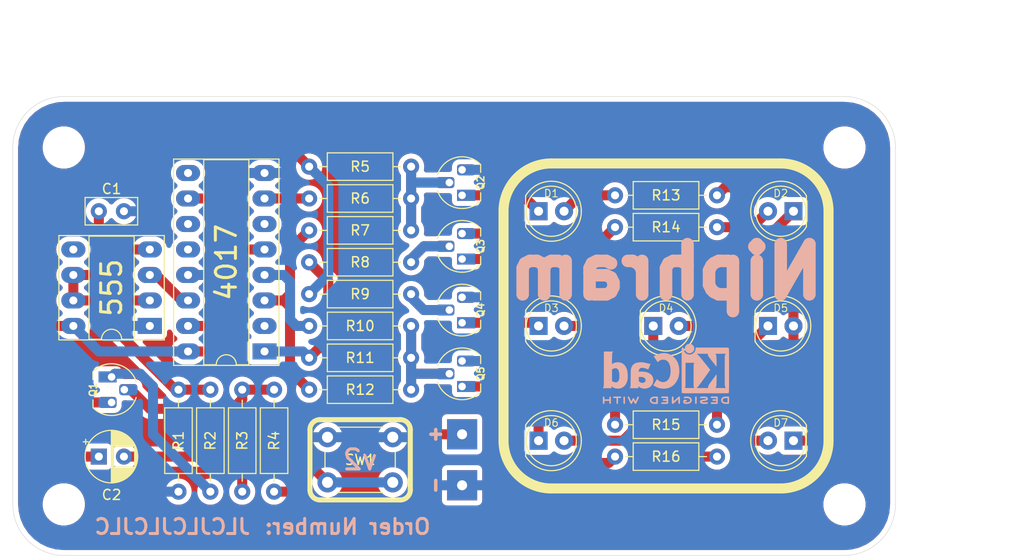
<source format=kicad_pcb>
(kicad_pcb (version 20171130) (host pcbnew "(5.1.6)-1")
  (layers (0 F.Cu signal) (31 B.Cu signal) (34 B.Paste user) (35 F.Paste user) (36 B.SilkS user) (37 F.SilkS user) (38 B.Mask user) (39 F.Mask user) (44 Edge.Cuts user))
  (net 0 "")
  (net 1 +9V)
  (net 2 GND)
  (net 3 "Net-(D1-Pad2)")
  (net 4 "Net-(D1-Pad1)")
  (net 5 "Net-(D2-Pad2)")
  (net 6 "Net-(D2-Pad1)")
  (net 7 "Net-(D3-Pad2)")
  (net 8 "Net-(D3-Pad1)")
  (net 9 "Net-(D4-Pad1)")
  (net 10 "Net-(Q1-Pad1)")
  (net 11 "Net-(Q1-Pad2)")
  (net 12 "Net-(Q2-Pad2)")
  (net 13 "Net-(Q3-Pad2)")
  (net 14 "Net-(Q4-Pad2)")
  (net 15 "Net-(Q5-Pad2)")
  (net 16 1)
  (net 17 3)
  (net 18 5)
  (net 19 4)
  (net 20 6)
  (net 21 "Net-(U1-Pad3)")
  (net 22 "Net-(U1-Pad5)")
  (net 23 "Net-(U2-Pad6)")
  (net 24 "Net-(U2-Pad12)")
  (net 25 "Net-(U2-Pad11)")
  (net 26 2)
  (net 27 "Net-(U2-Pad9)")
  (net 28 "Net-(D7-Pad1)")
  (net 29 "Net-(D5-Pad1)")
  (net 30 "Net-(Q3-Pad1)")
  (net 31 "Net-(C1-Pad1)")
  (net 32 "Net-(C2-Pad2)")
  (net 33 "Net-(Q5-Pad1)")
  (net 34 "Net-(U2-Pad15)")
  (module TerminalBlock:TerminalBlock_bornier-2_P5.08mm (layer F.Cu) (at 118.49 75.795 270)
    (fp_text reference BT1 hide)
    (fp_text value 9V)
    (pad 2 thru_hole rect (at 5.08 0 270) (size 3 3) (drill 1) (layers *.Cu *.Mask) (net 2 GND))
    (pad 1 thru_hole rect (at 0 0 270) (size 3 3) (drill 1) (layers *.Cu *.Mask) (net 1 +9V))
  )
  (module Resistor_THT:R_Axial_DIN0207_L6.3mm_D2.5mm_P10.16mm_Horizontal (layer F.Cu) (at 143.89 78.0175 180)
    (fp_text reference R16 (at 5.08 0) (layer F.SilkS))
    (fp_text value R)
    (pad 2 thru_hole oval (at 10.16 0 180) (size 1.6 1.6) (drill 0.8) (layers *.Cu *.Mask) (net 33 "Net-(Q5-Pad1)"))
    (pad 1 thru_hole circle (at 0 0 180) (size 1.6 1.6) (drill 0.8) (layers *.Cu *.Mask) (net 9 "Net-(D4-Pad1)"))
  )
  (module Resistor_THT:R_Axial_DIN0207_L6.3mm_D2.5mm_P10.16mm_Horizontal (layer F.Cu) (at 143.89 74.8425 180)
    (fp_text reference R15 (at 5.08 0) (layer F.SilkS))
    (fp_text value R)
    (pad 2 thru_hole oval (at 10.16 0 180) (size 1.6 1.6) (drill 0.8) (layers *.Cu *.Mask) (net 7 "Net-(D3-Pad2)"))
    (pad 1 thru_hole circle (at 0 0 180) (size 1.6 1.6) (drill 0.8) (layers *.Cu *.Mask) (net 29 "Net-(D5-Pad1)"))
  )
  (module Resistor_THT:R_Axial_DIN0207_L6.3mm_D2.5mm_P10.16mm_Horizontal (layer F.Cu) (at 133.73 55.1575)
    (fp_text reference R14 (at 5.08 0) (layer F.SilkS))
    (fp_text value R)
    (pad 2 thru_hole oval (at 10.16 0) (size 1.6 1.6) (drill 0.8) (layers *.Cu *.Mask) (net 5 "Net-(D2-Pad2)"))
    (pad 1 thru_hole circle (at 0 0) (size 1.6 1.6) (drill 0.8) (layers *.Cu *.Mask) (net 30 "Net-(Q3-Pad1)"))
  )
  (module Resistor_THT:R_Axial_DIN0207_L6.3mm_D2.5mm_P10.16mm_Horizontal (layer F.Cu) (at 143.89 51.9825 180)
    (fp_text reference R13 (at 5.08 0) (layer F.SilkS))
    (fp_text value R)
    (pad 2 thru_hole oval (at 10.16 0 180) (size 1.6 1.6) (drill 0.8) (layers *.Cu *.Mask) (net 3 "Net-(D1-Pad2)"))
    (pad 1 thru_hole circle (at 0 0 180) (size 1.6 1.6) (drill 0.8) (layers *.Cu *.Mask) (net 28 "Net-(D7-Pad1)"))
  )
  (module Resistor_THT:R_Axial_DIN0207_L6.3mm_D2.5mm_P10.16mm_Horizontal (layer F.Cu) (at 113.41 71.35 180)
    (fp_text reference R12 (at 5.08 0) (layer F.SilkS))
    (fp_text value 10k)
    (pad 2 thru_hole oval (at 10.16 0 180) (size 1.6 1.6) (drill 0.8) (layers *.Cu *.Mask) (net 18 5))
    (pad 1 thru_hole circle (at 0 0 180) (size 1.6 1.6) (drill 0.8) (layers *.Cu *.Mask) (net 15 "Net-(Q5-Pad2)"))
  )
  (module Resistor_THT:R_Axial_DIN0207_L6.3mm_D2.5mm_P10.16mm_Horizontal (layer F.Cu) (at 113.41 68.175 180)
    (fp_text reference R11 (at 5.08 0) (layer F.SilkS))
    (fp_text value 10k)
    (pad 2 thru_hole oval (at 10.16 0 180) (size 1.6 1.6) (drill 0.8) (layers *.Cu *.Mask) (net 16 1))
    (pad 1 thru_hole circle (at 0 0 180) (size 1.6 1.6) (drill 0.8) (layers *.Cu *.Mask) (net 15 "Net-(Q5-Pad2)"))
  )
  (module Resistor_THT:R_Axial_DIN0207_L6.3mm_D2.5mm_P10.16mm_Horizontal (layer F.Cu) (at 113.41 65 180)
    (fp_text reference R10 (at 5.08 0) (layer F.SilkS))
    (fp_text value 10k)
    (pad 2 thru_hole oval (at 10.16 0 180) (size 1.6 1.6) (drill 0.8) (layers *.Cu *.Mask) (net 17 3))
    (pad 1 thru_hole circle (at 0 0 180) (size 1.6 1.6) (drill 0.8) (layers *.Cu *.Mask) (net 15 "Net-(Q5-Pad2)"))
  )
  (module Resistor_THT:R_Axial_DIN0207_L6.3mm_D2.5mm_P10.16mm_Horizontal (layer F.Cu) (at 113.41 61.825 180)
    (fp_text reference R9 (at 5.08 0) (layer F.SilkS))
    (fp_text value 10k)
    (pad 2 thru_hole oval (at 10.16 0 180) (size 1.6 1.6) (drill 0.8) (layers *.Cu *.Mask) (net 20 6))
    (pad 1 thru_hole circle (at 0 0 180) (size 1.6 1.6) (drill 0.8) (layers *.Cu *.Mask) (net 14 "Net-(Q4-Pad2)"))
  )
  (module Resistor_THT:R_Axial_DIN0207_L6.3mm_D2.5mm_P10.16mm_Horizontal (layer F.Cu) (at 113.41 58.65 180)
    (fp_text reference R8 (at 5.08 0) (layer F.SilkS))
    (fp_text value 10k)
    (pad 2 thru_hole oval (at 10.16 0 180) (size 1.6 1.6) (drill 0.8) (layers *.Cu *.Mask) (net 16 1))
    (pad 1 thru_hole circle (at 0 0 180) (size 1.6 1.6) (drill 0.8) (layers *.Cu *.Mask) (net 13 "Net-(Q3-Pad2)"))
  )
  (module Resistor_THT:R_Axial_DIN0207_L6.3mm_D2.5mm_P10.16mm_Horizontal (layer F.Cu) (at 113.41 55.475 180)
    (fp_text reference R7 (at 5.08 0) (layer F.SilkS))
    (fp_text value 10k)
    (pad 2 thru_hole oval (at 10.16 0 180) (size 1.6 1.6) (drill 0.8) (layers *.Cu *.Mask) (net 18 5))
    (pad 1 thru_hole circle (at 0 0 180) (size 1.6 1.6) (drill 0.8) (layers *.Cu *.Mask) (net 12 "Net-(Q2-Pad2)"))
  )
  (module Resistor_THT:R_Axial_DIN0207_L6.3mm_D2.5mm_P10.16mm_Horizontal (layer F.Cu) (at 113.41 52.3 180)
    (fp_text reference R6 (at 5.08 0) (layer F.SilkS))
    (fp_text value 10k)
    (pad 2 thru_hole oval (at 10.16 0 180) (size 1.6 1.6) (drill 0.8) (layers *.Cu *.Mask) (net 19 4))
    (pad 1 thru_hole circle (at 0 0 180) (size 1.6 1.6) (drill 0.8) (layers *.Cu *.Mask) (net 12 "Net-(Q2-Pad2)"))
  )
  (module Resistor_THT:R_Axial_DIN0207_L6.3mm_D2.5mm_P10.16mm_Horizontal (layer F.Cu) (at 113.41 49.125 180)
    (fp_text reference R5 (at 5.08 0) (layer F.SilkS))
    (fp_text value 10k)
    (pad 2 thru_hole oval (at 10.16 0 180) (size 1.6 1.6) (drill 0.8) (layers *.Cu *.Mask) (net 20 6))
    (pad 1 thru_hole circle (at 0 0 180) (size 1.6 1.6) (drill 0.8) (layers *.Cu *.Mask) (net 12 "Net-(Q2-Pad2)"))
  )
  (module Resistor_THT:R_Axial_DIN0207_L6.3mm_D2.5mm_P10.16mm_Horizontal (layer F.Cu) (at 99.7575 81.51 90)
    (fp_text reference R4 (at 5.08 0 90) (layer F.SilkS))
    (fp_text value 100k)
    (pad 2 thru_hole oval (at 10.16 0 90) (size 1.6 1.6) (drill 0.8) (layers *.Cu *.Mask) (net 11 "Net-(Q1-Pad2)"))
    (pad 1 thru_hole circle (at 0 0 90) (size 1.6 1.6) (drill 0.8) (layers *.Cu *.Mask) (net 1 +9V))
  )
  (module Resistor_THT:R_Axial_DIN0207_L6.3mm_D2.5mm_P10.16mm_Horizontal (layer F.Cu) (at 96.5825 71.35 270)
    (fp_text reference R3 (at 5.08 0 90) (layer F.SilkS))
    (fp_text value 100k)
    (pad 2 thru_hole oval (at 10.16 0 270) (size 1.6 1.6) (drill 0.8) (layers *.Cu *.Mask) (net 32 "Net-(C2-Pad2)"))
    (pad 1 thru_hole circle (at 0 0 270) (size 1.6 1.6) (drill 0.8) (layers *.Cu *.Mask) (net 11 "Net-(Q1-Pad2)"))
  )
  (module Resistor_THT:R_Axial_DIN0207_L6.3mm_D2.5mm_P10.16mm_Horizontal (layer F.Cu) (at 93.4075 81.51 90)
    (fp_text reference R2 (at 5.08 0 90) (layer F.SilkS))
    (fp_text value 10k)
    (pad 2 thru_hole oval (at 10.16 0 90) (size 1.6 1.6) (drill 0.8) (layers *.Cu *.Mask) (net 31 "Net-(C1-Pad1)"))
    (pad 1 thru_hole circle (at 0 0 90) (size 1.6 1.6) (drill 0.8) (layers *.Cu *.Mask) (net 10 "Net-(Q1-Pad1)"))
  )
  (module Resistor_THT:R_Axial_DIN0207_L6.3mm_D2.5mm_P10.16mm_Horizontal (layer F.Cu) (at 90.2325 81.51 90)
    (fp_text reference R1 (at 5.08 0 90) (layer F.SilkS))
    (fp_text value 4M7)
    (pad 2 thru_hole oval (at 10.16 0 90) (size 1.6 1.6) (drill 0.8) (layers *.Cu *.Mask) (net 31 "Net-(C1-Pad1)"))
    (pad 1 thru_hole circle (at 0 0 90) (size 1.6 1.6) (drill 0.8) (layers *.Cu *.Mask) (net 2 GND))
  )
  (module Symbol:KiCad-Logo2_5mm_SilkScreen (layer B.Cu) (at 138.81 69.7625 180)
    (fp_text reference REF** hide)
    (fp_text value KiCad-Logo2_5mm_SilkScreen hide)
  )
  (module Button_Switch_THT:SW_PUSH_6mm_H4.3mm (layer F.Cu) (at 108.33 78.335)
    (fp_text reference SW1 (at 0 0) (layer F.SilkS))
    (fp_text value Roll)
    (pad 1 thru_hole circle (at 3.25 -2.25 90) (size 2 2) (drill 1.1) (layers *.Cu *.Mask) (net 2 GND))
    (pad 2 thru_hole circle (at 3.25 2.25 90) (size 2 2) (drill 1.1) (layers *.Cu *.Mask) (net 32 "Net-(C2-Pad2)"))
    (pad 1 thru_hole circle (at -3.25 -2.25 90) (size 2 2) (drill 1.1) (layers *.Cu *.Mask) (net 2 GND))
    (pad 2 thru_hole circle (at -3.25 2.25 90) (size 2 2) (drill 1.1) (layers *.Cu *.Mask) (net 32 "Net-(C2-Pad2)"))
  )
  (module 555_Dice:LED_D5.0mm (layer F.Cu) (at 151.51 76.43 180)
    (fp_text reference D7 (at 1.27 1.778) (layer F.SilkS) (effects (font (size 0.75 0.75) (thickness 0.1))))
    (fp_text value LED)
    (pad 2 thru_hole circle (at 2.54 0 180) (size 1.8 1.8) (drill 0.9) (layers *.Cu *.Mask) (net 1 +9V))
    (pad 1 thru_hole rect (at 0 0 180) (size 1.8 1.8) (drill 0.9) (layers *.Cu *.Mask) (net 28 "Net-(D7-Pad1)"))
  )
  (module 555_Dice:LED_D5.0mm (layer F.Cu) (at 126.11 76.43)
    (fp_text reference D6 (at 1.27 -1.778) (layer F.SilkS) (effects (font (size 0.75 0.75) (thickness 0.1))))
    (fp_text value LED)
    (pad 2 thru_hole circle (at 2.54 0) (size 1.8 1.8) (drill 0.9) (layers *.Cu *.Mask) (net 6 "Net-(D2-Pad1)"))
    (pad 1 thru_hole rect (at 0 0) (size 1.8 1.8) (drill 0.9) (layers *.Cu *.Mask) (net 2 GND))
  )
  (module 555_Dice:LED_D5.0mm (layer F.Cu) (at 148.97 65)
    (fp_text reference D5 (at 1.27 -1.778) (layer F.SilkS) (effects (font (size 0.75 0.75) (thickness 0.1))))
    (fp_text value LED)
    (pad 2 thru_hole circle (at 2.54 0) (size 1.8 1.8) (drill 0.9) (layers *.Cu *.Mask) (net 1 +9V))
    (pad 1 thru_hole rect (at 0 0) (size 1.8 1.8) (drill 0.9) (layers *.Cu *.Mask) (net 29 "Net-(D5-Pad1)"))
  )
  (module 555_Dice:LED_D5.0mm (layer F.Cu) (at 137.54 65)
    (fp_text reference D4 (at 1.27 -1.778) (layer F.SilkS) (effects (font (size 0.75 0.75) (thickness 0.1))))
    (fp_text value LED)
    (pad 2 thru_hole circle (at 2.54 0) (size 1.8 1.8) (drill 0.9) (layers *.Cu *.Mask) (net 1 +9V))
    (pad 1 thru_hole rect (at 0 0) (size 1.8 1.8) (drill 0.9) (layers *.Cu *.Mask) (net 9 "Net-(D4-Pad1)"))
  )
  (module 555_Dice:LED_D5.0mm (layer F.Cu) (at 126.11 65)
    (fp_text reference D3 (at 1.27 -1.778) (layer F.SilkS) (effects (font (size 0.75 0.75) (thickness 0.1))))
    (fp_text value LED)
    (pad 2 thru_hole circle (at 2.54 0) (size 1.8 1.8) (drill 0.9) (layers *.Cu *.Mask) (net 7 "Net-(D3-Pad2)"))
    (pad 1 thru_hole rect (at 0 0) (size 1.8 1.8) (drill 0.9) (layers *.Cu *.Mask) (net 8 "Net-(D3-Pad1)"))
  )
  (module 555_Dice:LED_D5.0mm (layer F.Cu) (at 151.51 53.57 180)
    (fp_text reference D2 (at 1.27 1.778) (layer F.SilkS) (effects (font (size 0.75 0.75) (thickness 0.1))))
    (fp_text value LED)
    (pad 2 thru_hole circle (at 2.54 0 180) (size 1.8 1.8) (drill 0.9) (layers *.Cu *.Mask) (net 5 "Net-(D2-Pad2)"))
    (pad 1 thru_hole rect (at 0 0 180) (size 1.8 1.8) (drill 0.9) (layers *.Cu *.Mask) (net 6 "Net-(D2-Pad1)"))
  )
  (module 555_Dice:LED_D5.0mm (layer F.Cu) (at 126.11 53.57)
    (fp_text reference D1 (at 1.27 -1.778) (layer F.SilkS) (effects (font (size 0.75 0.75) (thickness 0.1))))
    (fp_text value LED)
    (pad 2 thru_hole circle (at 2.54 0) (size 1.8 1.8) (drill 0.9) (layers *.Cu *.Mask) (net 3 "Net-(D1-Pad2)"))
    (pad 1 thru_hole rect (at 0 0) (size 1.8 1.8) (drill 0.9) (layers *.Cu *.Mask) (net 4 "Net-(D1-Pad1)"))
  )
  (module 555_Dice:TO-92_HandSolder (layer F.Cu) (at 118.49 64.6825 90)
    (fp_text reference Q4 (at 1.27 1.85 90) (layer F.SilkS) (effects (font (size 0.7 0.7))))
    (fp_text value BC547)
    (pad 2 thru_hole roundrect (at 1.27 -1.27 90) (size 1.1 1.8) (drill 0.75 (offset 0 -0.4)) (layers *.Cu *.Mask) (net 14 "Net-(Q4-Pad2)"))
    (pad 3 thru_hole roundrect (at 2.54 0 90) (size 1.1 1.8) (drill 0.75 (offset 0 0.4)) (layers *.Cu *.Mask) (net 2 GND))
    (pad 1 thru_hole rect (at 0 0 90) (size 1.1 1.8) (drill 0.75 (offset 0 0.4)) (layers *.Cu *.Mask) (net 8 "Net-(D3-Pad1)"))
  )
  (module Capacitor_THT:C_Disc_D5.0mm_W2.5mm_P2.50mm (layer F.Cu) (at 82.295 53.57)
    (fp_text reference C1 (at 1.27 -2.2225) (layer F.SilkS))
    (fp_text value 100n)
    (pad 2 thru_hole circle (at 2.5 0) (size 1.6 1.6) (drill 0.8) (layers *.Cu *.Mask) (net 2 GND))
    (pad 1 thru_hole circle (at 0 0) (size 1.6 1.6) (drill 0.8) (layers *.Cu *.Mask) (net 31 "Net-(C1-Pad1)"))
  )
  (module Capacitor_THT:CP_Radial_D5.0mm_P2.50mm (layer F.Cu) (at 82.295 78.0175)
    (fp_text reference C2 (at 1.27 3.81) (layer F.SilkS))
    (fp_text value 10u)
    (pad 2 thru_hole circle (at 2.5 0) (size 1.6 1.6) (drill 0.8) (layers *.Cu *.Mask) (net 32 "Net-(C2-Pad2)"))
    (pad 1 thru_hole rect (at 0 0) (size 1.6 1.6) (drill 0.8) (layers *.Cu *.Mask) (net 1 +9V))
  )
  (module MountingHole:MountingHole_3.2mm_M3_DIN965 (layer F.Cu) (at 78.8025 82.78)
    (fp_text reference REF** hide)
    (fp_text value MountingHole_3.2mm_M3_DIN965 hide)
    (pad 1 np_thru_hole circle (at 0 0) (size 3.2 3.2) (drill 3.2) (layers *.Cu *.Mask))
  )
  (module MountingHole:MountingHole_3.2mm_M3_DIN965 (layer F.Cu) (at 78.8025 47.22)
    (fp_text reference REF** hide)
    (fp_text value MountingHole_3.2mm_M3_DIN965 hide)
    (pad 1 np_thru_hole circle (at 0 0) (size 3.2 3.2) (drill 3.2) (layers *.Cu *.Mask))
  )
  (module 555_Dice:TO-92_HandSolder (layer F.Cu) (at 118.49 71.0325 90)
    (fp_text reference Q5 (at 1.27 1.85 90) (layer F.SilkS) (effects (font (size 0.7 0.7))))
    (fp_text value BC547)
    (pad 2 thru_hole roundrect (at 1.27 -1.27 90) (size 1.1 1.8) (drill 0.75 (offset 0 -0.4)) (layers *.Cu *.Mask) (net 15 "Net-(Q5-Pad2)"))
    (pad 3 thru_hole roundrect (at 2.54 0 90) (size 1.1 1.8) (drill 0.75 (offset 0 0.4)) (layers *.Cu *.Mask) (net 2 GND))
    (pad 1 thru_hole rect (at 0 0 90) (size 1.1 1.8) (drill 0.75 (offset 0 0.4)) (layers *.Cu *.Mask) (net 33 "Net-(Q5-Pad1)"))
  )
  (module 555_Dice:TO-92_HandSolder (layer F.Cu) (at 118.49 51.9825 90)
    (fp_text reference Q2 (at 1.27 1.85 90) (layer F.SilkS) (effects (font (size 0.7 0.7))))
    (fp_text value BC547)
    (pad 2 thru_hole roundrect (at 1.27 -1.27 90) (size 1.1 1.8) (drill 0.75 (offset 0 -0.4)) (layers *.Cu *.Mask) (net 12 "Net-(Q2-Pad2)"))
    (pad 3 thru_hole roundrect (at 2.54 0 90) (size 1.1 1.8) (drill 0.75 (offset 0 0.4)) (layers *.Cu *.Mask) (net 2 GND))
    (pad 1 thru_hole rect (at 0 0 90) (size 1.1 1.8) (drill 0.75 (offset 0 0.4)) (layers *.Cu *.Mask) (net 4 "Net-(D1-Pad1)"))
  )
  (module 555_Dice:TO-92_HandSolder (layer F.Cu) (at 118.49 58.3325 90)
    (fp_text reference Q3 (at 1.27 1.85 90) (layer F.SilkS) (effects (font (size 0.7 0.7))))
    (fp_text value BC557)
    (pad 2 thru_hole roundrect (at 1.27 -1.27 90) (size 1.1 1.8) (drill 0.75 (offset 0 -0.4)) (layers *.Cu *.Mask) (net 13 "Net-(Q3-Pad2)"))
    (pad 3 thru_hole roundrect (at 2.54 0 90) (size 1.1 1.8) (drill 0.75 (offset 0 0.4)) (layers *.Cu *.Mask) (net 1 +9V))
    (pad 1 thru_hole rect (at 0 0 90) (size 1.1 1.8) (drill 0.75 (offset 0 0.4)) (layers *.Cu *.Mask) (net 30 "Net-(Q3-Pad1)"))
  )
  (module 555_Dice:TO-92_HandSolder (layer F.Cu) (at 83.565 70.08 270)
    (fp_text reference Q1 (at 1.27 1.85 90) (layer F.SilkS) (effects (font (size 0.7 0.7))))
    (fp_text value BC557)
    (pad 2 thru_hole roundrect (at 1.27 -1.27 270) (size 1.1 1.8) (drill 0.75 (offset 0 -0.4)) (layers *.Cu *.Mask) (net 11 "Net-(Q1-Pad2)"))
    (pad 3 thru_hole roundrect (at 2.54 0 270) (size 1.1 1.8) (drill 0.75 (offset 0 0.4)) (layers *.Cu *.Mask) (net 1 +9V))
    (pad 1 thru_hole rect (at 0 0 270) (size 1.1 1.8) (drill 0.75 (offset 0 0.4)) (layers *.Cu *.Mask) (net 10 "Net-(Q1-Pad1)"))
  )
  (module MountingHole:MountingHole_3.2mm_M3_DIN965 (layer F.Cu) (at 156.59 82.78)
    (fp_text reference REF** hide)
    (fp_text value MountingHole_3.2mm_M3_DIN965 hide)
    (pad 1 np_thru_hole circle (at 0 0) (size 3.2 3.2) (drill 3.2) (layers *.Cu *.Mask))
  )
  (module MountingHole:MountingHole_3.2mm_M3_DIN965 (layer F.Cu) (at 156.59 47.22)
    (fp_text reference REF** hide)
    (fp_text value MountingHole_3.2mm_M3_DIN965 hide)
    (pad 1 np_thru_hole circle (at 0 0) (size 3.2 3.2) (drill 3.2) (layers *.Cu *.Mask))
  )
  (module Package_DIP:DIP-16_W7.62mm_Socket_LongPads (layer F.Cu) (at 98.805 67.54 180)
    (fp_text reference U2 hide)
    (fp_text value 4017)
    (pad 1 thru_hole rect (at 0 0 180) (size 2.4 1.6) (drill 0.8) (layers *.Cu *.Mask) (net 16 1))
    (pad 9 thru_hole oval (at 7.62 17.78 180) (size 2.4 1.6) (drill 0.8) (layers *.Cu *.Mask) (net 27 "Net-(U2-Pad9)"))
    (pad 2 thru_hole oval (at 0 2.54 180) (size 2.4 1.6) (drill 0.8) (layers *.Cu *.Mask) (net 26 2))
    (pad 10 thru_hole oval (at 7.62 15.24 180) (size 2.4 1.6) (drill 0.8) (layers *.Cu *.Mask) (net 20 6))
    (pad 3 thru_hole oval (at 0 5.08 180) (size 2.4 1.6) (drill 0.8) (layers *.Cu *.Mask) (net 18 5))
    (pad 11 thru_hole oval (at 7.62 12.7 180) (size 2.4 1.6) (drill 0.8) (layers *.Cu *.Mask) (net 25 "Net-(U2-Pad11)"))
    (pad 4 thru_hole oval (at 0 7.62 180) (size 2.4 1.6) (drill 0.8) (layers *.Cu *.Mask) (net 17 3))
    (pad 12 thru_hole oval (at 7.62 10.16 180) (size 2.4 1.6) (drill 0.8) (layers *.Cu *.Mask) (net 24 "Net-(U2-Pad12)"))
    (pad 5 thru_hole oval (at 0 10.16 180) (size 2.4 1.6) (drill 0.8) (layers *.Cu *.Mask) (net 34 "Net-(U2-Pad15)"))
    (pad 13 thru_hole oval (at 7.62 7.62 180) (size 2.4 1.6) (drill 0.8) (layers *.Cu *.Mask) (net 2 GND))
    (pad 6 thru_hole oval (at 0 12.7 180) (size 2.4 1.6) (drill 0.8) (layers *.Cu *.Mask) (net 23 "Net-(U2-Pad6)"))
    (pad 14 thru_hole oval (at 7.62 5.08 180) (size 2.4 1.6) (drill 0.8) (layers *.Cu *.Mask) (net 21 "Net-(U1-Pad3)"))
    (pad 7 thru_hole oval (at 0 15.24 180) (size 2.4 1.6) (drill 0.8) (layers *.Cu *.Mask) (net 19 4))
    (pad 15 thru_hole oval (at 7.62 2.54 180) (size 2.4 1.6) (drill 0.8) (layers *.Cu *.Mask) (net 34 "Net-(U2-Pad15)"))
    (pad 8 thru_hole oval (at 0 17.78 180) (size 2.4 1.6) (drill 0.8) (layers *.Cu *.Mask) (net 2 GND))
    (pad 16 thru_hole oval (at 7.62 0 180) (size 2.4 1.6) (drill 0.8) (layers *.Cu *.Mask) (net 1 +9V))
  )
  (module Package_DIP:DIP-8_W7.62mm_Socket_LongPads (layer F.Cu) (at 87.375 65 180)
    (fp_text reference U1 hide)
    (fp_text value TLC555xP)
    (pad 8 thru_hole oval (at 7.62 0 180) (size 2.4 1.6) (drill 0.8) (layers *.Cu *.Mask) (net 1 +9V))
    (pad 4 thru_hole oval (at 0 7.62 180) (size 2.4 1.6) (drill 0.8) (layers *.Cu *.Mask) (net 1 +9V))
    (pad 7 thru_hole oval (at 7.62 2.54 180) (size 2.4 1.6) (drill 0.8) (layers *.Cu *.Mask) (net 31 "Net-(C1-Pad1)"))
    (pad 3 thru_hole oval (at 0 5.08 180) (size 2.4 1.6) (drill 0.8) (layers *.Cu *.Mask) (net 21 "Net-(U1-Pad3)"))
    (pad 6 thru_hole oval (at 7.62 5.08 180) (size 2.4 1.6) (drill 0.8) (layers *.Cu *.Mask) (net 31 "Net-(C1-Pad1)"))
    (pad 2 thru_hole oval (at 0 2.54 180) (size 2.4 1.6) (drill 0.8) (layers *.Cu *.Mask) (net 31 "Net-(C1-Pad1)"))
    (pad 5 thru_hole oval (at 7.62 7.62 180) (size 2.4 1.6) (drill 0.8) (layers *.Cu *.Mask) (net 22 "Net-(U1-Pad5)"))
    (pad 1 thru_hole rect (at 0 0 180) (size 2.4 1.6) (drill 0.8) (layers *.Cu *.Mask) (net 2 GND))
  )
  (gr_text - (at 115.95 80.875 270) (layer B.SilkS) (effects (font (size 1.27 1.27) (thickness 0.3175))))
  (gr_text + (at 115.95 75.795 270) (layer B.SilkS) (effects (font (size 1.27 1.27) (thickness 0.3175))))
  (gr_text v2 (at 108.33 78.335) (layer B.SilkS) (effects (font (size 2 2) (thickness 0.3)) (justify mirror)))
  (gr_arc (start 112.33 75.335) (end 113.33 75.335) (angle -90) (layer F.SilkS) (width 0.5))
  (gr_arc (start 112.33 81.335) (end 112.33 82.335) (angle -90) (layer F.SilkS) (width 0.5))
  (gr_arc (start 104.33 81.335) (end 103.33 81.335) (angle -90) (layer F.SilkS) (width 0.5))
  (gr_arc (start 104.33 75.335) (end 104.33 74.335) (angle -90) (layer F.SilkS) (width 0.5))
  (gr_line (start 113.33 81.335) (end 113.33 75.335) (layer F.SilkS) (width 0.5))
  (gr_line (start 104.33 82.335) (end 112.33 82.335) (layer F.SilkS) (width 0.5))
  (gr_line (start 103.33 75.335) (end 103.33 81.335) (layer F.SilkS) (width 0.5))
  (gr_line (start 112.33 74.335) (end 104.33 74.335) (layer F.SilkS) (width 0.5))
  (gr_text Niphram (at 138.81 59.6025) (layer B.SilkS) (effects (font (size 5 5) (thickness 1.25)) (justify mirror)))
  (gr_line (start 127.38 48.8075) (end 150.24 48.8075) (layer F.SilkS) (width 1))
  (gr_line (start 122.6175 53.57) (end 122.6175 76.43) (layer F.SilkS) (width 1))
  (gr_line (start 155.0025 53.57) (end 155.0025 76.43) (layer F.SilkS) (width 1))
  (gr_line (start 127.38 81.1925) (end 150.24 81.1925) (layer F.SilkS) (width 1))
  (gr_arc (start 127.38 76.43) (end 122.6175 76.43) (angle -90) (layer F.SilkS) (width 1))
  (gr_arc (start 127.38 53.57) (end 127.38 48.8075) (angle -90) (layer F.SilkS) (width 1))
  (gr_arc (start 150.24 53.57) (end 155.0025 53.57) (angle -90) (layer F.SilkS) (width 1))
  (gr_arc (start 150.24 76.43) (end 150.24 81.1925) (angle -90) (layer F.SilkS) (width 1))
  (gr_text "Order Number: " (at 97.535 85.0025) (layer B.SilkS) (effects (font (size 1.5 1.5) (thickness 0.3)) (justify right mirror)))
  (gr_text JLCJLCJLCJLC (at 97.535 85.0025) (layer B.SilkS) (effects (font (size 1.5 1.5) (thickness 0.3)) (justify left mirror)))
  (gr_text - (at 115.95 80.875 270) (layer F.SilkS) (effects (font (size 1.27 1.27) (thickness 0.3175))))
  (gr_text + (at 115.95 75.795 270) (layer F.SilkS) (effects (font (size 1.27 1.27) (thickness 0.3175))))
  (gr_arc (start 78.8025 47.22) (end 78.8025 42.14) (angle -90) (layer Edge.Cuts) (width 0.05))
  (gr_arc (start 78.8025 82.78) (end 73.7225 82.78) (angle -90) (layer Edge.Cuts) (width 0.05))
  (gr_text 4017 (at 94.995 58.65 90) (layer F.SilkS) (effects (font (size 2 2) (thickness 0.3))))
  (gr_text 555 (at 83.565 61.19 90) (layer F.SilkS) (effects (font (size 2 2) (thickness 0.3))))
  (gr_line (start 78.8025 42.14) (end 156.59 42.14) (layer Edge.Cuts) (width 0.05))
  (gr_line (start 73.7225 82.78) (end 73.7225 47.22) (layer Edge.Cuts) (width 0.05))
  (gr_line (start 156.59 87.86) (end 78.8025 87.86) (layer Edge.Cuts) (width 0.05))
  (gr_line (start 161.67 47.22) (end 161.67 82.78) (layer Edge.Cuts) (width 0.05))
  (gr_arc (start 156.59 47.22) (end 161.67 47.22) (angle -90) (layer Edge.Cuts) (width 0.05))
  (gr_arc (start 156.59 82.78) (end 156.59 87.86) (angle -90) (layer Edge.Cuts) (width 0.05))
  (segment (start 91.185 67.54) (end 93.09 67.54) (width 1) (layer F.Cu) (net 1))
  (segment (start 91.185 67.54) (end 89.28 67.54) (width 1) (layer F.Cu) (net 1))
  (segment (start 147.065 76.43) (end 148.97 76.43) (width 1) (layer F.Cu) (net 1))
  (segment (start 141.985 65) (end 140.08 65) (width 1) (layer F.Cu) (net 1))
  (segment (start 118.49 55.7925) (end 121.3475 55.7925) (width 1) (layer F.Cu) (net 1))
  (segment (start 87.375 57.38) (end 85.47 57.38) (width 1) (layer F.Cu) (net 1))
  (segment (start 79.755 65) (end 77.5325 65) (width 1) (layer F.Cu) (net 1))
  (segment (start 99.7575 81.51) (end 101.345 81.51) (width 1) (layer F.Cu) (net 1))
  (segment (start 82.295 78.0175) (end 80.39 78.0175) (width 1) (layer F.Cu) (net 1))
  (segment (start 85.47 57.38) (end 84.835 57.38) (width 1) (layer F.Cu) (net 1))
  (segment (start 151.51 65) (end 151.51 62.46) (width 1) (layer F.Cu) (net 1))
  (segment (start 151.51 62.46) (end 151.51 67.8575) (width 1) (layer F.Cu) (net 1))
  (segment (start 83.565 72.62) (end 80.39 72.62) (width 1) (layer F.Cu) (net 1))
  (segment (start 118.49 75.795) (end 115.6325 75.795) (width 1) (layer F.Cu) (net 1))
  (segment (start 82.295 67.54) (end 79.755 65) (width 1) (layer B.Cu) (net 1))
  (segment (start 91.185 67.54) (end 82.295 67.54) (width 1) (layer B.Cu) (net 1))
  (segment (start 98.805 49.76) (end 96.9 49.76) (width 1) (layer B.Cu) (net 2))
  (segment (start 98.805 49.76) (end 100.71 49.76) (width 1) (layer B.Cu) (net 2))
  (segment (start 118.49 68.4925) (end 121.3475 68.4925) (width 1) (layer B.Cu) (net 2))
  (segment (start 118.49 49.4425) (end 121.3475 49.4425) (width 1) (layer B.Cu) (net 2))
  (segment (start 118.49 62.1425) (end 119.125 62.1425) (width 1) (layer B.Cu) (net 2))
  (segment (start 118.49 62.1425) (end 121.3475 62.1425) (width 1) (layer B.Cu) (net 2))
  (segment (start 87.375 65) (end 85.47 65) (width 1) (layer B.Cu) (net 2))
  (segment (start 90.2325 81.51) (end 88.645 81.51) (width 1) (layer B.Cu) (net 2))
  (segment (start 84.795 53.57) (end 86.105 53.57) (width 1) (layer B.Cu) (net 2))
  (segment (start 85.47 65) (end 84.835 65) (width 1) (layer B.Cu) (net 2))
  (segment (start 86.105 53.57) (end 87.0575 53.57) (width 1) (layer B.Cu) (net 2))
  (segment (start 118.49 68.4925) (end 121.3475 68.4925) (width 1) (layer F.Cu) (net 2))
  (segment (start 126.11 76.43) (end 126.11 74.525) (width 1) (layer F.Cu) (net 2))
  (segment (start 126.11 74.525) (end 126.11 73.89) (width 1) (layer F.Cu) (net 2))
  (segment (start 121.3475 68.4925) (end 121.665 68.4925) (width 1) (layer F.Cu) (net 2))
  (segment (start 121.3475 68.4925) (end 121.9825 68.4925) (width 1) (layer F.Cu) (net 2))
  (segment (start 126.11 73.89) (end 126.11 73.255) (width 1) (layer F.Cu) (net 2))
  (segment (start 118.49 80.875) (end 115.6325 80.875) (width 1) (layer B.Cu) (net 2))
  (segment (start 118.49 80.875) (end 121.3475 80.875) (width 1) (layer B.Cu) (net 2))
  (segment (start 108.294 76.085) (end 111.58 76.085) (width 1) (layer B.Cu) (net 2))
  (segment (start 105.08 76.085) (end 108.294 76.085) (width 1) (layer B.Cu) (net 2))
  (segment (start 105.08 76.085) (end 103.2775 76.085) (width 1) (layer B.Cu) (net 2))
  (segment (start 111.58 76.085) (end 113.7 76.085) (width 1) (layer B.Cu) (net 2))
  (segment (start 91.185 59.92) (end 93.09 59.92) (width 1) (layer B.Cu) (net 2))
  (segment (start 91.185 59.92) (end 93.09 59.92) (width 1) (layer F.Cu) (net 2))
  (segment (start 98.805 49.76) (end 96.9 49.76) (width 1) (layer F.Cu) (net 2))
  (segment (start 130.2375 51.9825) (end 128.65 53.57) (width 1) (layer F.Cu) (net 3))
  (segment (start 133.73 51.9825) (end 130.2375 51.9825) (width 1) (layer F.Cu) (net 3))
  (segment (start 124.5225 51.9825) (end 126.11 53.57) (width 1) (layer F.Cu) (net 4))
  (segment (start 118.49 51.9825) (end 124.5225 51.9825) (width 1) (layer F.Cu) (net 4))
  (segment (start 147.3825 55.1575) (end 148.97 53.57) (width 1) (layer F.Cu) (net 5))
  (segment (start 143.89 55.1575) (end 147.3825 55.1575) (width 1) (layer F.Cu) (net 5))
  (segment (start 145.795 59.285) (end 136.905 59.285) (width 1) (layer F.Cu) (net 6))
  (segment (start 151.51 53.57) (end 145.795 59.285) (width 1) (layer F.Cu) (net 6))
  (segment (start 135.635 60.555) (end 135.635 75.317501) (width 1) (layer F.Cu) (net 6))
  (segment (start 136.905 59.285) (end 135.635 60.555) (width 1) (layer F.Cu) (net 6))
  (segment (start 134.522501 76.43) (end 128.65 76.43) (width 1) (layer F.Cu) (net 6))
  (segment (start 135.635 75.317501) (end 134.522501 76.43) (width 1) (layer F.Cu) (net 6))
  (segment (start 133.73 74.8425) (end 133.73 66.27) (width 1) (layer F.Cu) (net 7))
  (segment (start 132.46 65) (end 128.65 65) (width 1) (layer F.Cu) (net 7))
  (segment (start 133.73 66.27) (end 132.46 65) (width 1) (layer F.Cu) (net 7))
  (segment (start 125.7925 64.6825) (end 126.11 65) (width 1) (layer F.Cu) (net 8))
  (segment (start 118.49 64.6825) (end 125.7925 64.6825) (width 1) (layer F.Cu) (net 8))
  (segment (start 138.81 78.0175) (end 143.89 78.0175) (width 1) (layer F.Cu) (net 9))
  (segment (start 137.54 65) (end 137.54 76.7475) (width 1) (layer F.Cu) (net 9))
  (segment (start 137.54 76.7475) (end 138.81 78.0175) (width 1) (layer F.Cu) (net 9))
  (segment (start 87.6925 75.795) (end 93.4075 81.51) (width 1) (layer B.Cu) (net 10))
  (segment (start 87.6925 71.0325) (end 87.6925 75.795) (width 1) (layer B.Cu) (net 10))
  (segment (start 86.4225 69.7625) (end 87.6925 71.0325) (width 1) (layer B.Cu) (net 10))
  (segment (start 83.565 70.08) (end 83.8825 69.7625) (width 1) (layer B.Cu) (net 10))
  (segment (start 83.8825 69.7625) (end 86.4225 69.7625) (width 1) (layer B.Cu) (net 10))
  (segment (start 96.5825 71.35) (end 99.7575 71.35) (width 1) (layer F.Cu) (net 11))
  (segment (start 95.63 73.255) (end 96.5825 72.3025) (width 1) (layer F.Cu) (net 11))
  (segment (start 96.5825 72.3025) (end 96.5825 71.35) (width 1) (layer F.Cu) (net 11))
  (segment (start 87.375 73.255) (end 95.63 73.255) (width 1) (layer F.Cu) (net 11))
  (segment (start 84.835 71.35) (end 85.47 71.35) (width 1) (layer F.Cu) (net 11))
  (segment (start 85.47 71.35) (end 87.375 73.255) (width 1) (layer F.Cu) (net 11))
  (segment (start 117.22 50.7125) (end 113.41 50.7125) (width 1) (layer F.Cu) (net 12))
  (segment (start 117.22 50.7125) (end 113.41 50.7125) (width 1) (layer B.Cu) (net 12))
  (segment (start 113.41 55.475) (end 113.41 49.125) (width 1) (layer F.Cu) (net 12))
  (segment (start 113.41 49.125) (end 113.41 50.7125) (width 1) (layer B.Cu) (net 12))
  (segment (start 113.41 52.3) (end 113.41 50.7125) (width 1) (layer B.Cu) (net 12))
  (segment (start 113.41 52.3) (end 113.41 55.475) (width 1) (layer B.Cu) (net 12))
  (segment (start 113.41 58.3325) (end 113.41 58.65) (width 1) (layer B.Cu) (net 13))
  (segment (start 117.22 57.0625) (end 114.68 57.0625) (width 1) (layer B.Cu) (net 13))
  (segment (start 114.68 57.0625) (end 113.41 58.3325) (width 1) (layer B.Cu) (net 13))
  (segment (start 114.68 57.0625) (end 117.22 57.0625) (width 1) (layer F.Cu) (net 13))
  (segment (start 113.41 58.65) (end 113.41 58.3325) (width 1) (layer F.Cu) (net 13))
  (segment (start 113.41 58.3325) (end 114.68 57.0625) (width 1) (layer F.Cu) (net 13))
  (segment (start 113.41 62.1425) (end 113.41 61.825) (width 1) (layer F.Cu) (net 14))
  (segment (start 117.22 63.4125) (end 114.68 63.4125) (width 1) (layer F.Cu) (net 14))
  (segment (start 114.68 63.4125) (end 113.41 62.1425) (width 1) (layer F.Cu) (net 14))
  (segment (start 113.41 62.1425) (end 113.41 61.825) (width 1) (layer B.Cu) (net 14))
  (segment (start 117.22 63.4125) (end 114.68 63.4125) (width 1) (layer B.Cu) (net 14))
  (segment (start 114.68 63.4125) (end 113.41 62.1425) (width 1) (layer B.Cu) (net 14))
  (segment (start 117.22 69.7625) (end 113.41 69.7625) (width 1) (layer F.Cu) (net 15))
  (segment (start 113.41 71.35) (end 113.41 65) (width 1) (layer B.Cu) (net 15))
  (segment (start 117.22 69.7625) (end 113.41 69.7625) (width 1) (layer B.Cu) (net 15))
  (segment (start 113.41 71.35) (end 113.41 65) (width 1) (layer F.Cu) (net 15))
  (segment (start 102.615 67.54) (end 103.25 68.175) (width 1) (layer B.Cu) (net 16))
  (segment (start 98.805 67.54) (end 102.615 67.54) (width 1) (layer B.Cu) (net 16))
  (segment (start 105.155 60.555) (end 103.25 58.65) (width 1) (layer F.Cu) (net 16))
  (segment (start 103.25 68.175) (end 105.155 66.27) (width 1) (layer F.Cu) (net 16))
  (segment (start 105.155 66.27) (end 105.155 60.555) (width 1) (layer F.Cu) (net 16))
  (segment (start 101.345 60.555) (end 100.71 59.92) (width 1) (layer B.Cu) (net 17))
  (segment (start 101.345 64.365) (end 101.345 60.555) (width 1) (layer B.Cu) (net 17))
  (segment (start 100.71 59.92) (end 98.805 59.92) (width 1) (layer B.Cu) (net 17))
  (segment (start 103.25 65) (end 101.98 65) (width 1) (layer B.Cu) (net 17))
  (segment (start 101.98 65) (end 101.345 64.365) (width 1) (layer B.Cu) (net 17))
  (segment (start 100.71 62.46) (end 101.345 63.095) (width 1) (layer F.Cu) (net 18))
  (segment (start 98.805 62.46) (end 100.71 62.46) (width 1) (layer F.Cu) (net 18))
  (segment (start 100.71 62.46) (end 101.345 61.825) (width 1) (layer F.Cu) (net 18))
  (segment (start 101.345 63.095) (end 101.345 61.825) (width 1) (layer F.Cu) (net 18))
  (segment (start 101.345 69.445) (end 103.25 71.35) (width 1) (layer F.Cu) (net 18))
  (segment (start 101.345 63.095) (end 101.345 69.445) (width 1) (layer F.Cu) (net 18))
  (segment (start 101.345 57.38) (end 103.25 55.475) (width 1) (layer F.Cu) (net 18))
  (segment (start 101.345 61.825) (end 101.345 57.38) (width 1) (layer F.Cu) (net 18))
  (segment (start 98.805 52.3) (end 103.25 52.3) (width 1) (layer F.Cu) (net 19))
  (segment (start 103.25 61.825) (end 105.155 59.92) (width 1) (layer B.Cu) (net 20))
  (segment (start 105.155 59.92) (end 105.155 51.03) (width 1) (layer B.Cu) (net 20))
  (segment (start 105.155 51.03) (end 103.25 49.125) (width 1) (layer B.Cu) (net 20))
  (segment (start 94.995 51.03) (end 93.725 52.3) (width 1) (layer F.Cu) (net 20))
  (segment (start 93.725 52.3) (end 91.185 52.3) (width 1) (layer F.Cu) (net 20))
  (segment (start 96.265 47.855) (end 94.995 49.125) (width 1) (layer F.Cu) (net 20))
  (segment (start 103.25 49.125) (end 101.98 47.855) (width 1) (layer F.Cu) (net 20))
  (segment (start 94.995 49.125) (end 94.995 51.03) (width 1) (layer F.Cu) (net 20))
  (segment (start 101.98 47.855) (end 96.265 47.855) (width 1) (layer F.Cu) (net 20))
  (segment (start 90.55 62.46) (end 91.185 62.46) (width 1) (layer F.Cu) (net 21))
  (segment (start 87.375 59.92) (end 88.01 59.92) (width 1) (layer F.Cu) (net 21))
  (segment (start 88.01 59.92) (end 90.55 62.46) (width 1) (layer F.Cu) (net 21))
  (segment (start 153.415 75.795) (end 152.78 76.43) (width 1) (layer F.Cu) (net 28))
  (segment (start 152.78 76.43) (end 151.51 76.43) (width 1) (layer F.Cu) (net 28))
  (segment (start 153.415 51.9825) (end 153.415 75.795) (width 1) (layer F.Cu) (net 28))
  (segment (start 152.615001 51.182501) (end 153.415 51.9825) (width 1) (layer F.Cu) (net 28))
  (segment (start 143.89 51.9825) (end 144.689999 51.182501) (width 1) (layer F.Cu) (net 28))
  (segment (start 144.689999 51.182501) (end 152.615001 51.182501) (width 1) (layer F.Cu) (net 28))
  (segment (start 143.89 70.08) (end 148.97 65) (width 1) (layer F.Cu) (net 29))
  (segment (start 143.89 74.8425) (end 143.89 70.08) (width 1) (layer F.Cu) (net 29))
  (segment (start 130.555 58.3325) (end 118.49 58.3325) (width 1) (layer F.Cu) (net 30))
  (segment (start 133.73 55.1575) (end 130.555 58.3325) (width 1) (layer F.Cu) (net 30))
  (segment (start 82.93 62.46) (end 83.565 62.46) (width 1) (layer F.Cu) (net 31))
  (segment (start 79.755 62.46) (end 82.93 62.46) (width 1) (layer F.Cu) (net 31))
  (segment (start 83.565 62.46) (end 84.2 62.46) (width 1) (layer F.Cu) (net 31))
  (segment (start 90.2325 71.35) (end 93.4075 71.35) (width 1) (layer F.Cu) (net 31))
  (segment (start 79.755 59.92) (end 79.755 62.46) (width 1) (layer F.Cu) (net 31))
  (segment (start 84.2 62.46) (end 85.47 62.46) (width 1) (layer F.Cu) (net 31))
  (segment (start 85.47 62.46) (end 87.375 62.46) (width 1) (layer F.Cu) (net 31))
  (segment (start 83.565 63.095) (end 83.565 62.46) (width 1) (layer F.Cu) (net 31))
  (segment (start 84.2 62.46) (end 83.565 63.095) (width 1) (layer F.Cu) (net 31))
  (segment (start 82.93 62.46) (end 83.565 63.095) (width 1) (layer F.Cu) (net 31))
  (segment (start 83.565 63.095) (end 83.565 65) (width 1) (layer F.Cu) (net 31))
  (segment (start 89.915 71.35) (end 90.2325 71.35) (width 1) (layer F.Cu) (net 31))
  (segment (start 83.565 65) (end 89.915 71.35) (width 1) (layer F.Cu) (net 31))
  (segment (start 81.66 59.92) (end 79.755 59.92) (width 1) (layer F.Cu) (net 31))
  (segment (start 82.295 53.57) (end 82.295 59.285) (width 1) (layer F.Cu) (net 31))
  (segment (start 82.295 59.285) (end 81.66 59.92) (width 1) (layer F.Cu) (net 31))
  (segment (start 84.795 78.0175) (end 94.36 78.0175) (width 1) (layer F.Cu) (net 32))
  (segment (start 96.5825 78.6525) (end 95.9475 78.0175) (width 1) (layer F.Cu) (net 32))
  (segment (start 96.5825 81.51) (end 96.5825 78.6525) (width 1) (layer F.Cu) (net 32))
  (segment (start 94.36 78.0175) (end 95.9475 78.0175) (width 1) (layer F.Cu) (net 32))
  (segment (start 96.5825 78.6525) (end 97.2175 78.0175) (width 1) (layer F.Cu) (net 32))
  (segment (start 95.9475 78.0175) (end 97.2175 78.0175) (width 1) (layer F.Cu) (net 32))
  (segment (start 98.805 78.0175) (end 97.2175 78.0175) (width 1) (layer F.Cu) (net 32))
  (segment (start 105.08 80.585) (end 102.5125 78.0175) (width 1) (layer F.Cu) (net 32))
  (segment (start 102.5125 78.0175) (end 98.805 78.0175) (width 1) (layer F.Cu) (net 32))
  (segment (start 105.08 80.585) (end 111.58 80.585) (width 1) (layer B.Cu) (net 32))
  (segment (start 124.205 78.6525) (end 133.095 78.6525) (width 1) (layer F.Cu) (net 33))
  (segment (start 122.935 77.3825) (end 124.205 78.6525) (width 1) (layer F.Cu) (net 33))
  (segment (start 122.935 72.3025) (end 122.935 77.3825) (width 1) (layer F.Cu) (net 33))
  (segment (start 118.49 71.0325) (end 121.665 71.0325) (width 1) (layer F.Cu) (net 33))
  (segment (start 121.665 71.0325) (end 122.935 72.3025) (width 1) (layer F.Cu) (net 33))
  (segment (start 133.095 78.6525) (end 133.73 78.0175) (width 1) (layer F.Cu) (net 33))
  (segment (start 94.995 58.65) (end 96.265 57.38) (width 1) (layer F.Cu) (net 34))
  (segment (start 94.995 63.73) (end 94.995 58.65) (width 1) (layer F.Cu) (net 34))
  (segment (start 91.185 65) (end 93.725 65) (width 1) (layer F.Cu) (net 34))
  (segment (start 96.265 57.38) (end 98.805 57.38) (width 1) (layer F.Cu) (net 34))
  (segment (start 93.725 65) (end 94.995 63.73) (width 1) (layer F.Cu) (net 34))
  (zone (net 2) (net_name GND) (layer B.Cu) (priority 1) (connect_pads no (clearance 0.508)) (min_thickness 0.508) (fill yes (arc_segments 32) (thermal_gap 0.508) (thermal_bridge_width 2))
    (polygon (pts (xy 161.67 42.14) (xy 161.67 87.86) (xy 73.7225 87.86) (xy 73.7225 42.14)))
  )
  (zone (net 1) (net_name +9V) (layer F.Cu) (priority 1) (connect_pads no (clearance 0.508)) (min_thickness 0.508) (fill yes (arc_segments 32) (thermal_gap 0.508) (thermal_bridge_width 2))
    (polygon (pts (xy 161.67 42.14) (xy 161.67 87.86) (xy 73.7225 87.86) (xy 73.7225 42.14)))
  )
  (zone (net 2) (net_name GND) (layer F.Cu) (priority 2) (connect_pads no (clearance 0.635)) (min_thickness 0.635) (fill yes (arc_segments 32) (thermal_gap 0.635) (thermal_bridge_width 2))
    (polygon (pts (xy 114.68 63.4125) (xy 117.22 63.4125) (xy 118.49 64.6825) (xy 125.7925 64.6825) (xy 126.11 65) (xy 132.46 65) (xy 133.73 66.27) (xy 133.73 76.43) (xy 122.935 76.43) (xy 122.935 72.3025) (xy 121.665 71.0325) (xy 118.49 71.0325) (xy 117.22 69.7625) (xy 113.41 69.7625) (xy 113.41 62.1425)))
  )
  (zone (net 2) (net_name GND) (layer F.Cu) (priority 2) (connect_pads no (clearance 0.508)) (min_thickness 0.508) (fill yes (arc_segments 32) (thermal_gap 0.508) (thermal_bridge_width 2))
    (polygon (pts (xy 98.805 57.38) (xy 96.265 57.38) (xy 94.995 58.65) (xy 94.995 63.73) (xy 93.725 65) (xy 91.185 65) (xy 91.185 52.3) (xy 93.725 52.3) (xy 94.995 51.03) (xy 94.995 49.125) (xy 96.265 47.855) (xy 98.805 47.855)))
  )
)
</source>
